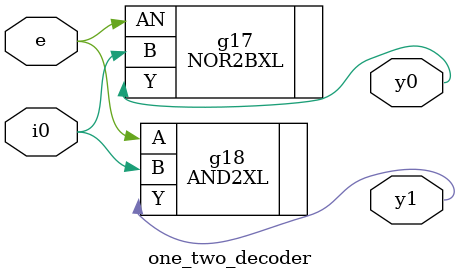
<source format=v>


// Verification Directory fv/one_two_decoder 

module one_two_decoder(y0, y1, i0, e);
  input i0, e;
  output y0, y1;
  wire i0, e;
  wire y0, y1;
  NOR2BXL g17(.AN (e), .B (i0), .Y (y0));
  AND2XL g18(.A (e), .B (i0), .Y (y1));
endmodule


</source>
